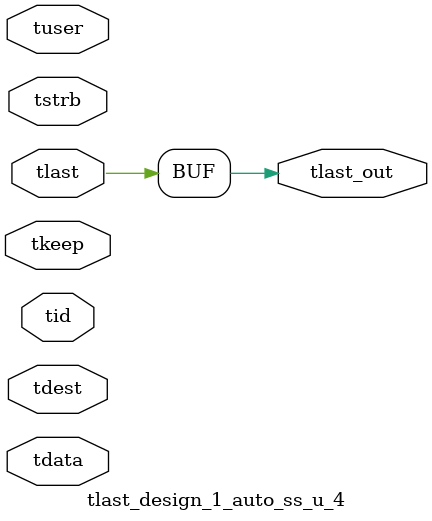
<source format=v>


`timescale 1ps/1ps

module tlast_design_1_auto_ss_u_4 #
(
parameter C_S_AXIS_TID_WIDTH   = 1,
parameter C_S_AXIS_TUSER_WIDTH = 0,
parameter C_S_AXIS_TDATA_WIDTH = 0,
parameter C_S_AXIS_TDEST_WIDTH = 0
)
(
input  [(C_S_AXIS_TID_WIDTH   == 0 ? 1 : C_S_AXIS_TID_WIDTH)-1:0       ] tid,
input  [(C_S_AXIS_TDATA_WIDTH == 0 ? 1 : C_S_AXIS_TDATA_WIDTH)-1:0     ] tdata,
input  [(C_S_AXIS_TUSER_WIDTH == 0 ? 1 : C_S_AXIS_TUSER_WIDTH)-1:0     ] tuser,
input  [(C_S_AXIS_TDEST_WIDTH == 0 ? 1 : C_S_AXIS_TDEST_WIDTH)-1:0     ] tdest,
input  [(C_S_AXIS_TDATA_WIDTH/8)-1:0 ] tkeep,
input  [(C_S_AXIS_TDATA_WIDTH/8)-1:0 ] tstrb,
input  [0:0]                                                             tlast,
output                                                                   tlast_out
);

assign tlast_out = {tlast};

endmodule


</source>
